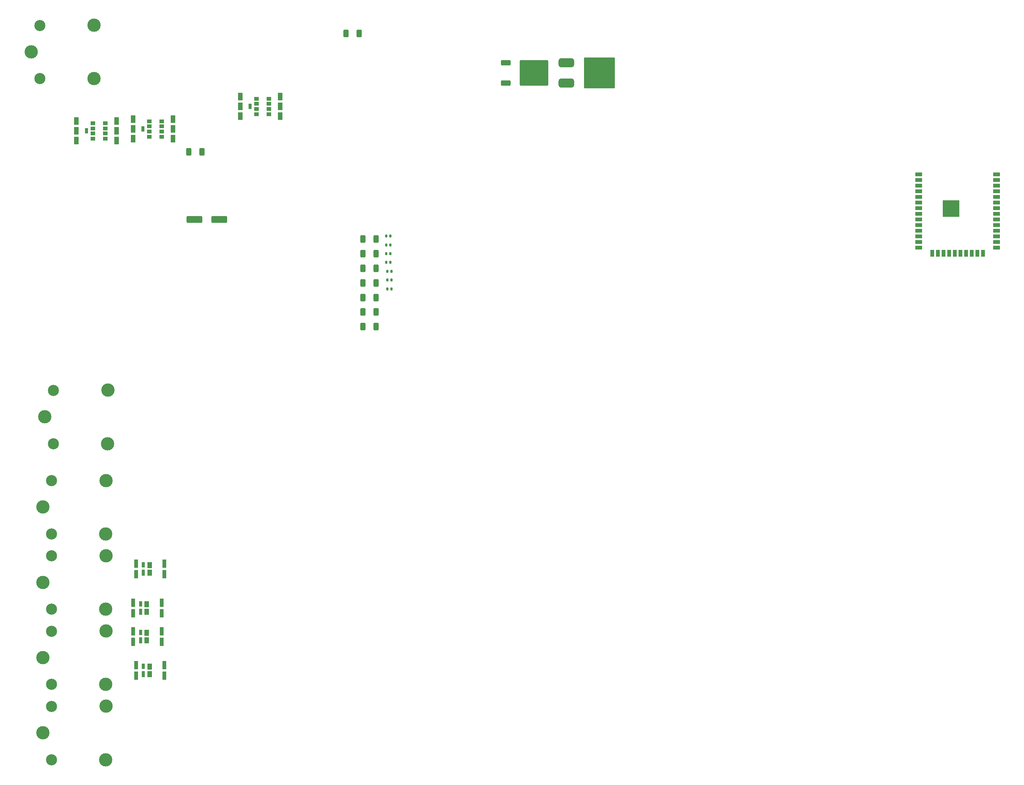
<source format=gbr>
%TF.GenerationSoftware,KiCad,Pcbnew,7.0.8*%
%TF.CreationDate,2023-10-11T10:21:05+03:00*%
%TF.ProjectId,sprinklers,73707269-6e6b-46c6-9572-732e6b696361,rev?*%
%TF.SameCoordinates,Original*%
%TF.FileFunction,Soldermask,Top*%
%TF.FilePolarity,Negative*%
%FSLAX46Y46*%
G04 Gerber Fmt 4.6, Leading zero omitted, Abs format (unit mm)*
G04 Created by KiCad (PCBNEW 7.0.8) date 2023-10-11 10:21:05*
%MOMM*%
%LPD*%
G01*
G04 APERTURE LIST*
G04 Aperture macros list*
%AMRoundRect*
0 Rectangle with rounded corners*
0 $1 Rounding radius*
0 $2 $3 $4 $5 $6 $7 $8 $9 X,Y pos of 4 corners*
0 Add a 4 corners polygon primitive as box body*
4,1,4,$2,$3,$4,$5,$6,$7,$8,$9,$2,$3,0*
0 Add four circle primitives for the rounded corners*
1,1,$1+$1,$2,$3*
1,1,$1+$1,$4,$5*
1,1,$1+$1,$6,$7*
1,1,$1+$1,$8,$9*
0 Add four rect primitives between the rounded corners*
20,1,$1+$1,$2,$3,$4,$5,0*
20,1,$1+$1,$4,$5,$6,$7,0*
20,1,$1+$1,$6,$7,$8,$9,0*
20,1,$1+$1,$8,$9,$2,$3,0*%
G04 Aperture macros list end*
%ADD10C,3.000000*%
%ADD11C,2.500000*%
%ADD12R,1.100000X1.700000*%
%ADD13R,0.700000X1.300000*%
%ADD14R,1.100000X0.850000*%
%ADD15R,0.900000X1.850000*%
%ADD16R,0.650000X1.150000*%
%ADD17R,0.650000X1.350000*%
%ADD18R,1.000000X1.350000*%
%ADD19RoundRect,0.147500X-0.147500X-0.172500X0.147500X-0.172500X0.147500X0.172500X-0.147500X0.172500X0*%
%ADD20RoundRect,0.500000X-1.250000X-0.500000X1.250000X-0.500000X1.250000X0.500000X-1.250000X0.500000X0*%
%ADD21RoundRect,0.250000X-3.250000X-3.250000X3.250000X-3.250000X3.250000X3.250000X-3.250000X3.250000X0*%
%ADD22RoundRect,0.140000X-0.140000X-0.170000X0.140000X-0.170000X0.140000X0.170000X-0.140000X0.170000X0*%
%ADD23R,1.500000X0.900000*%
%ADD24R,0.900000X1.500000*%
%ADD25C,0.600000*%
%ADD26R,3.800000X3.800000*%
%ADD27RoundRect,0.250000X-0.312500X-0.625000X0.312500X-0.625000X0.312500X0.625000X-0.312500X0.625000X0*%
%ADD28RoundRect,0.250000X-1.500000X-0.550000X1.500000X-0.550000X1.500000X0.550000X-1.500000X0.550000X0*%
%ADD29RoundRect,0.250000X-0.850000X-0.350000X0.850000X-0.350000X0.850000X0.350000X-0.850000X0.350000X0*%
%ADD30RoundRect,0.249997X-2.950003X-2.650003X2.950003X-2.650003X2.950003X2.650003X-2.950003X2.650003X0*%
G04 APERTURE END LIST*
D10*
%TO.C,K4*%
X31720000Y-146505000D03*
D11*
X33670000Y-152555000D03*
D10*
X45870000Y-152555000D03*
X45920000Y-140505000D03*
D11*
X33670000Y-140555000D03*
%TD*%
D12*
%TO.C,Q2*%
X51990000Y-42155000D03*
X51990000Y-44355000D03*
X51990000Y-46555000D03*
X60990000Y-42155000D03*
X60990000Y-44355000D03*
X60990000Y-46555000D03*
D13*
X54240000Y-44355000D03*
D14*
X55640000Y-42630000D03*
X55640000Y-43780000D03*
X55640000Y-44930000D03*
X55640000Y-46080000D03*
X58440000Y-42630000D03*
X58440000Y-43780000D03*
X58440000Y-44930000D03*
X58440000Y-46080000D03*
%TD*%
D15*
%TO.C,Q6*%
X52680000Y-165195000D03*
X52680000Y-167545000D03*
X59080000Y-165195000D03*
X59080000Y-167545000D03*
D16*
X54330000Y-165420000D03*
D17*
X54330000Y-167220000D03*
D18*
X55705000Y-165520000D03*
X55705000Y-167220000D03*
%TD*%
D19*
%TO.C,D3*%
X109227500Y-80370000D03*
X110197500Y-80370000D03*
%TD*%
D20*
%TO.C,REF\u002A\u002A*%
X149565000Y-29450000D03*
D21*
X156965000Y-31750000D03*
D20*
X149565000Y-34030000D03*
%TD*%
D22*
%TO.C,C4*%
X108977500Y-74410000D03*
X109937500Y-74410000D03*
%TD*%
%TO.C,C1*%
X108977500Y-68500000D03*
X109937500Y-68500000D03*
%TD*%
D23*
%TO.C,U2*%
X228880000Y-54610000D03*
X228880000Y-55880000D03*
X228880000Y-57150000D03*
X228880000Y-58420000D03*
X228880000Y-59690000D03*
X228880000Y-60960000D03*
X228880000Y-62230000D03*
X228880000Y-63500000D03*
X228880000Y-64770000D03*
X228880000Y-66040000D03*
X228880000Y-67310000D03*
X228880000Y-68580000D03*
X228880000Y-69850000D03*
X228880000Y-71120000D03*
D24*
X231920000Y-72370000D03*
X233190000Y-72370000D03*
X234460000Y-72370000D03*
X235730000Y-72370000D03*
X237000000Y-72370000D03*
X238270000Y-72370000D03*
X239540000Y-72370000D03*
X240810000Y-72370000D03*
X242080000Y-72370000D03*
X243350000Y-72370000D03*
D23*
X246380000Y-71120000D03*
X246380000Y-69850000D03*
X246380000Y-68580000D03*
X246380000Y-67310000D03*
X246380000Y-66040000D03*
X246380000Y-64770000D03*
X246380000Y-63500000D03*
X246380000Y-62230000D03*
X246380000Y-60960000D03*
X246380000Y-59690000D03*
X246380000Y-58420000D03*
X246380000Y-57150000D03*
X246380000Y-55880000D03*
X246380000Y-54610000D03*
D25*
X234730000Y-61630000D03*
X234730000Y-63030000D03*
X235430000Y-60930000D03*
X235430000Y-62330000D03*
X235430000Y-63730000D03*
X236105000Y-61630000D03*
X236105000Y-63030000D03*
D26*
X236130000Y-62330000D03*
D25*
X236830000Y-60930000D03*
X236830000Y-62330000D03*
X236830000Y-63730000D03*
X237530000Y-61630000D03*
X237530000Y-63030000D03*
%TD*%
D10*
%TO.C,K1*%
X29030000Y-26970000D03*
D11*
X30980000Y-33020000D03*
D10*
X43180000Y-33020000D03*
X43230000Y-20970000D03*
D11*
X30980000Y-21020000D03*
%TD*%
D12*
%TO.C,Q1*%
X76120000Y-37075000D03*
X76120000Y-39275000D03*
X76120000Y-41475000D03*
X85120000Y-37075000D03*
X85120000Y-39275000D03*
X85120000Y-41475000D03*
D13*
X78370000Y-39275000D03*
D14*
X79770000Y-37550000D03*
X79770000Y-38700000D03*
X79770000Y-39850000D03*
X79770000Y-41000000D03*
X82570000Y-37550000D03*
X82570000Y-38700000D03*
X82570000Y-39850000D03*
X82570000Y-41000000D03*
%TD*%
D19*
%TO.C,D2*%
X109227500Y-78380000D03*
X110197500Y-78380000D03*
%TD*%
D27*
%TO.C,R3*%
X103755000Y-75740000D03*
X106680000Y-75740000D03*
%TD*%
D15*
%TO.C,Q3*%
X52680000Y-142335000D03*
X52680000Y-144685000D03*
X59080000Y-142335000D03*
X59080000Y-144685000D03*
D16*
X54330000Y-142560000D03*
D17*
X54330000Y-144360000D03*
D18*
X55705000Y-142660000D03*
X55705000Y-144360000D03*
%TD*%
D22*
%TO.C,C3*%
X108977500Y-72440000D03*
X109937500Y-72440000D03*
%TD*%
D27*
%TO.C,R8*%
X103755000Y-85610000D03*
X106680000Y-85610000D03*
%TD*%
D10*
%TO.C,K5*%
X31720000Y-163455000D03*
D11*
X33670000Y-169505000D03*
D10*
X45870000Y-169505000D03*
X45920000Y-157455000D03*
D11*
X33670000Y-157505000D03*
%TD*%
D27*
%TO.C,R1*%
X103755000Y-69160000D03*
X106680000Y-69160000D03*
%TD*%
D19*
%TO.C,D1*%
X109227500Y-76390000D03*
X110197500Y-76390000D03*
%TD*%
D12*
%TO.C,Q7*%
X39260000Y-42590000D03*
X39260000Y-44790000D03*
X39260000Y-46990000D03*
X48260000Y-42590000D03*
X48260000Y-44790000D03*
X48260000Y-46990000D03*
D13*
X41510000Y-44790000D03*
D14*
X42910000Y-43065000D03*
X42910000Y-44215000D03*
X42910000Y-45365000D03*
X42910000Y-46515000D03*
X45710000Y-43065000D03*
X45710000Y-44215000D03*
X45710000Y-45365000D03*
X45710000Y-46515000D03*
%TD*%
D27*
%TO.C,R2*%
X103755000Y-72450000D03*
X106680000Y-72450000D03*
%TD*%
%TO.C,R7*%
X103755000Y-82320000D03*
X106680000Y-82320000D03*
%TD*%
D15*
%TO.C,Q4*%
X52020000Y-151120000D03*
X52020000Y-153470000D03*
X58420000Y-151120000D03*
X58420000Y-153470000D03*
D16*
X53670000Y-151345000D03*
D17*
X53670000Y-153145000D03*
D18*
X55045000Y-151445000D03*
X55045000Y-153145000D03*
%TD*%
D27*
%TO.C,R9*%
X103755000Y-88900000D03*
X106680000Y-88900000D03*
%TD*%
D15*
%TO.C,Q5*%
X52020000Y-157570000D03*
X52020000Y-159920000D03*
X58420000Y-157570000D03*
X58420000Y-159920000D03*
D16*
X53670000Y-157795000D03*
D17*
X53670000Y-159595000D03*
D18*
X55045000Y-157895000D03*
X55045000Y-159595000D03*
%TD*%
D27*
%TO.C,R6*%
X103755000Y-79030000D03*
X106680000Y-79030000D03*
%TD*%
D10*
%TO.C,K6*%
X31720000Y-180405000D03*
D11*
X33670000Y-186455000D03*
D10*
X45870000Y-186455000D03*
X45920000Y-174405000D03*
D11*
X33670000Y-174455000D03*
%TD*%
D10*
%TO.C,K2*%
X32140000Y-109220000D03*
D11*
X34090000Y-115270000D03*
D10*
X46290000Y-115270000D03*
X46340000Y-103220000D03*
D11*
X34090000Y-103270000D03*
%TD*%
D28*
%TO.C,U1*%
X65780000Y-64770000D03*
X71380000Y-64770000D03*
%TD*%
D29*
%TO.C,REF\u002A\u002A*%
X135930000Y-29470000D03*
D30*
X142230000Y-31750000D03*
D29*
X135930000Y-34030000D03*
%TD*%
D27*
%TO.C,R5*%
X64577500Y-49530000D03*
X67502500Y-49530000D03*
%TD*%
D10*
%TO.C,K3*%
X31720000Y-129555000D03*
D11*
X33670000Y-135605000D03*
D10*
X45870000Y-135605000D03*
X45920000Y-123555000D03*
D11*
X33670000Y-123605000D03*
%TD*%
D27*
%TO.C,R4*%
X99945000Y-22860000D03*
X102870000Y-22860000D03*
%TD*%
D22*
%TO.C,C2*%
X108977500Y-70470000D03*
X109937500Y-70470000D03*
%TD*%
M02*

</source>
